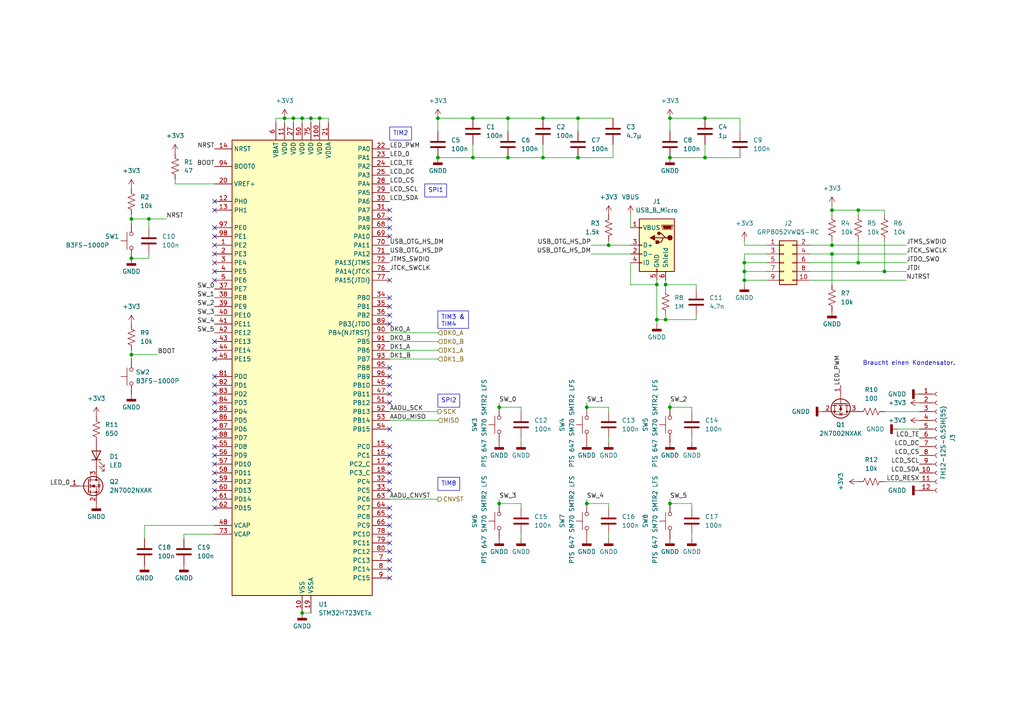
<source format=kicad_sch>
(kicad_sch (version 20231120) (generator "eeschema") (generator_version "8.0")
  (paper "A4")
  (lib_symbols
    (symbol "Connector:Conn_01x12_Socket" (pin_names (offset 1.016) hide)
      (property "Reference" "J" (at 0 15.24 0))
      (property "Value" "Conn_01x12_Socket" (at 0 -17.78 0))
      (symbol "Conn_01x12_Socket_1_1"
        (pin passive line (at -5.08 12.7 0) (length 3.81) (name "Pin_1") (number "1"))
        (pin passive line (at -5.08 -10.16 0) (length 3.81) (name "Pin_10") (number "10"))
        (pin passive line (at -5.08 -12.7 0) (length 3.81) (name "Pin_11") (number "11"))
        (pin passive line (at -5.08 -15.24 0) (length 3.81) (name "Pin_12") (number "12"))
        (pin passive line (at -5.08 10.16 0) (length 3.81) (name "Pin_2") (number "2"))
        (pin passive line (at -5.08 7.62 0) (length 3.81) (name "Pin_3") (number "3"))
        (pin passive line (at -5.08 5.08 0) (length 3.81) (name "Pin_4") (number "4"))
        (pin passive line (at -5.08 2.54 0) (length 3.81) (name "Pin_5") (number "5"))
        (pin passive line (at -5.08 0 0) (length 3.81) (name "Pin_6") (number "6"))
        (pin passive line (at -5.08 -2.54 0) (length 3.81) (name "Pin_7") (number "7"))
        (pin passive line (at -5.08 -5.08 0) (length 3.81) (name "Pin_8") (number "8"))
        (pin passive line (at -5.08 -7.62 0) (length 3.81) (name "Pin_9") (number "9"))
      )
    )
    (symbol "Connector:USB_B_Micro" (pin_names (offset 1.016))
      (property "Reference" "J" (at -5.08 11.43 0))
      (property "Value" "USB_B_Micro" (at -5.08 8.89 0))
      (symbol "USB_B_Micro_1_1"
        (pin power_out line (at 7.62 5.08 180) (length 2.54) (name "VBUS") (number "1"))
        (pin bidirectional line (at 7.62 -2.54 180) (length 2.54) (name "D-") (number "2"))
        (pin bidirectional line (at 7.62 0 180) (length 2.54) (name "D+") (number "3"))
        (pin passive line (at 7.62 -5.08 180) (length 2.54) (name "ID") (number "4"))
        (pin power_out line (at 0 -10.16 90) (length 2.54) (name "GND") (number "5"))
        (pin passive line (at -2.54 -10.16 90) (length 2.54) (name "Shield") (number "6"))
      )
    )
    (symbol "Connector_Generic:Conn_02x05_Odd_Even" (pin_names (offset 1.016) hide)
      (property "Reference" "J" (at 1.27 7.62 0))
      (property "Value" "Conn_02x05_Odd_Even" (at 1.27 -7.62 0))
      (symbol "Conn_02x05_Odd_Even_1_1"
        (pin passive line (at -5.08 5.08 0) (length 3.81) (name "Pin_1") (number "1"))
        (pin passive line (at 7.62 -5.08 180) (length 3.81) (name "Pin_10") (number "10"))
        (pin passive line (at 7.62 5.08 180) (length 3.81) (name "Pin_2") (number "2"))
        (pin passive line (at -5.08 2.54 0) (length 3.81) (name "Pin_3") (number "3"))
        (pin passive line (at 7.62 2.54 180) (length 3.81) (name "Pin_4") (number "4"))
        (pin passive line (at -5.08 0 0) (length 3.81) (name "Pin_5") (number "5"))
        (pin passive line (at 7.62 0 180) (length 3.81) (name "Pin_6") (number "6"))
        (pin passive line (at -5.08 -2.54 0) (length 3.81) (name "Pin_7") (number "7"))
        (pin passive line (at 7.62 -2.54 180) (length 3.81) (name "Pin_8") (number "8"))
        (pin passive line (at -5.08 -5.08 0) (length 3.81) (name "Pin_9") (number "9"))
      )
    )
    (symbol "Device:C" (pin_numbers hide) (pin_names (offset 0.254))
      (property "Reference" "C" (at 0.635 2.54 0))
      (property "Value" "C" (at 0.635 -2.54 0))
      (symbol "C_1_1"
        (pin passive line (at 0 3.81 270) (length 2.794) (name "~") (number "1"))
        (pin passive line (at 0 -3.81 90) (length 2.794) (name "~") (number "2"))
      )
    )
    (symbol "Device:LED" (pin_numbers hide) (pin_names (offset 1.016) hide)
      (property "Reference" "D" (at 0 2.54 0))
      (property "Value" "LED" (at 0 -2.54 0))
      (symbol "LED_1_1"
        (pin passive line (at -3.81 0 0) (length 2.54) (name "K") (number "1"))
        (pin passive line (at 3.81 0 180) (length 2.54) (name "A") (number "2"))
      )
    )
    (symbol "Device:R_US" (pin_numbers hide) (pin_names (offset 0))
      (property "Reference" "R" (at 2.54 0 90))
      (property "Value" "R_US" (at -2.54 0 90))
      (symbol "R_US_1_1"
        (pin passive line (at 0 3.81 270) (length 1.27) (name "~") (number "1"))
        (pin passive line (at 0 -3.81 90) (length 1.27) (name "~") (number "2"))
      )
    )
    (symbol "MCU_ST_STM32H7:STM32H723VETx"
      (property "Reference" "U" (at -20.32 67.31 0))
      (property "Value" "STM32H723VETx" (at 10.16 67.31 0))
      (symbol "STM32H723VETx_1_1"
        (pin bidirectional line (at -25.4 35.56 0) (length 5.08) (name "PE2") (number "1"))
        (pin power_in line (at 0 -71.12 90) (length 5.08) (name "VSS") (number "10"))
        (pin power_in line (at 5.08 71.12 270) (length 5.08) (name "VDD") (number "100"))
        (pin power_in line (at -5.08 71.12 270) (length 5.08) (name "VDD") (number "11"))
        (pin bidirectional line (at -25.4 48.26 0) (length 5.08) (name "PH0") (number "12"))
        (pin bidirectional line (at -25.4 45.72 0) (length 5.08) (name "PH1") (number "13"))
        (pin input line (at -25.4 63.5 0) (length 5.08) (name "NRST") (number "14"))
        (pin bidirectional line (at 25.4 -22.86 180) (length 5.08) (name "PC0") (number "15"))
        (pin bidirectional line (at 25.4 -25.4 180) (length 5.08) (name "PC1") (number "16"))
        (pin bidirectional line (at 25.4 -27.94 180) (length 5.08) (name "PC2_C") (number "17"))
        (pin bidirectional line (at 25.4 -30.48 180) (length 5.08) (name "PC3_C") (number "18"))
        (pin power_in line (at 2.54 -71.12 90) (length 5.08) (name "VSSA") (number "19"))
        (pin bidirectional line (at -25.4 33.02 0) (length 5.08) (name "PE3") (number "2"))
        (pin input line (at -25.4 53.34 0) (length 5.08) (name "VREF+") (number "20"))
        (pin power_in line (at 7.62 71.12 270) (length 5.08) (name "VDDA") (number "21"))
        (pin bidirectional line (at 25.4 63.5 180) (length 5.08) (name "PA0") (number "22"))
        (pin bidirectional line (at 25.4 60.96 180) (length 5.08) (name "PA1") (number "23"))
        (pin bidirectional line (at 25.4 58.42 180) (length 5.08) (name "PA2") (number "24"))
        (pin bidirectional line (at 25.4 55.88 180) (length 5.08) (name "PA3") (number "25"))
        (pin passive line (at 0 -71.12 90) (length 5.08) hide (name "VSS") (number "26"))
        (pin power_in line (at -2.54 71.12 270) (length 5.08) (name "VDD") (number "27"))
        (pin bidirectional line (at 25.4 53.34 180) (length 5.08) (name "PA4") (number "28"))
        (pin bidirectional line (at 25.4 50.8 180) (length 5.08) (name "PA5") (number "29"))
        (pin bidirectional line (at -25.4 30.48 0) (length 5.08) (name "PE4") (number "3"))
        (pin bidirectional line (at 25.4 48.26 180) (length 5.08) (name "PA6") (number "30"))
        (pin bidirectional line (at 25.4 45.72 180) (length 5.08) (name "PA7") (number "31"))
        (pin bidirectional line (at 25.4 -33.02 180) (length 5.08) (name "PC4") (number "32"))
        (pin bidirectional line (at 25.4 -35.56 180) (length 5.08) (name "PC5") (number "33"))
        (pin bidirectional line (at 25.4 20.32 180) (length 5.08) (name "PB0") (number "34"))
        (pin bidirectional line (at 25.4 17.78 180) (length 5.08) (name "PB1") (number "35"))
        (pin bidirectional line (at 25.4 15.24 180) (length 5.08) (name "PB2") (number "36"))
        (pin bidirectional line (at -25.4 22.86 0) (length 5.08) (name "PE7") (number "37"))
        (pin bidirectional line (at -25.4 20.32 0) (length 5.08) (name "PE8") (number "38"))
        (pin bidirectional line (at -25.4 17.78 0) (length 5.08) (name "PE9") (number "39"))
        (pin bidirectional line (at -25.4 27.94 0) (length 5.08) (name "PE5") (number "4"))
        (pin bidirectional line (at -25.4 15.24 0) (length 5.08) (name "PE10") (number "40"))
        (pin bidirectional line (at -25.4 12.7 0) (length 5.08) (name "PE11") (number "41"))
        (pin bidirectional line (at -25.4 10.16 0) (length 5.08) (name "PE12") (number "42"))
        (pin bidirectional line (at -25.4 7.62 0) (length 5.08) (name "PE13") (number "43"))
        (pin bidirectional line (at -25.4 5.08 0) (length 5.08) (name "PE14") (number "44"))
        (pin bidirectional line (at -25.4 2.54 0) (length 5.08) (name "PE15") (number "45"))
        (pin bidirectional line (at 25.4 -5.08 180) (length 5.08) (name "PB10") (number "46"))
        (pin bidirectional line (at 25.4 -7.62 180) (length 5.08) (name "PB11") (number "47"))
        (pin power_out line (at -25.4 -45.72 0) (length 5.08) (name "VCAP") (number "48"))
        (pin passive line (at 0 -71.12 90) (length 5.08) hide (name "VSS") (number "49"))
        (pin bidirectional line (at -25.4 25.4 0) (length 5.08) (name "PE6") (number "5"))
        (pin power_in line (at 0 71.12 270) (length 5.08) (name "VDD") (number "50"))
        (pin bidirectional line (at 25.4 -10.16 180) (length 5.08) (name "PB12") (number "51"))
        (pin bidirectional line (at 25.4 -12.7 180) (length 5.08) (name "PB13") (number "52"))
        (pin bidirectional line (at 25.4 -15.24 180) (length 5.08) (name "PB14") (number "53"))
        (pin bidirectional line (at 25.4 -17.78 180) (length 5.08) (name "PB15") (number "54"))
        (pin bidirectional line (at -25.4 -22.86 0) (length 5.08) (name "PD8") (number "55"))
        (pin bidirectional line (at -25.4 -25.4 0) (length 5.08) (name "PD9") (number "56"))
        (pin bidirectional line (at -25.4 -27.94 0) (length 5.08) (name "PD10") (number "57"))
        (pin bidirectional line (at -25.4 -30.48 0) (length 5.08) (name "PD11") (number "58"))
        (pin bidirectional line (at -25.4 -33.02 0) (length 5.08) (name "PD12") (number "59"))
        (pin power_in line (at -7.62 71.12 270) (length 5.08) (name "VBAT") (number "6"))
        (pin bidirectional line (at -25.4 -35.56 0) (length 5.08) (name "PD13") (number "60"))
        (pin bidirectional line (at -25.4 -38.1 0) (length 5.08) (name "PD14") (number "61"))
        (pin bidirectional line (at -25.4 -40.64 0) (length 5.08) (name "PD15") (number "62"))
        (pin bidirectional line (at 25.4 -38.1 180) (length 5.08) (name "PC6") (number "63"))
        (pin bidirectional line (at 25.4 -40.64 180) (length 5.08) (name "PC7") (number "64"))
        (pin bidirectional line (at 25.4 -43.18 180) (length 5.08) (name "PC8") (number "65"))
        (pin bidirectional line (at 25.4 -45.72 180) (length 5.08) (name "PC9") (number "66"))
        (pin bidirectional line (at 25.4 43.18 180) (length 5.08) (name "PA8") (number "67"))
        (pin bidirectional line (at 25.4 40.64 180) (length 5.08) (name "PA9") (number "68"))
        (pin bidirectional line (at 25.4 38.1 180) (length 5.08) (name "PA10") (number "69"))
        (pin bidirectional line (at 25.4 -55.88 180) (length 5.08) (name "PC13") (number "7"))
        (pin bidirectional line (at 25.4 35.56 180) (length 5.08) (name "PA11") (number "70"))
        (pin bidirectional line (at 25.4 33.02 180) (length 5.08) (name "PA12") (number "71"))
        (pin bidirectional line (at 25.4 30.48 180) (length 5.08) (name "PA13(JTMS") (number "72"))
        (pin power_out line (at -25.4 -48.26 0) (length 5.08) (name "VCAP") (number "73"))
        (pin passive line (at 0 -71.12 90) (length 5.08) hide (name "VSS") (number "74"))
        (pin power_in line (at 2.54 71.12 270) (length 5.08) (name "VDD") (number "75"))
        (pin bidirectional line (at 25.4 27.94 180) (length 5.08) (name "PA14(JTCK") (number "76"))
        (pin bidirectional line (at 25.4 25.4 180) (length 5.08) (name "PA15(JTDI)") (number "77"))
        (pin bidirectional line (at 25.4 -48.26 180) (length 5.08) (name "PC10") (number "78"))
        (pin bidirectional line (at 25.4 -50.8 180) (length 5.08) (name "PC11") (number "79"))
        (pin bidirectional line (at 25.4 -58.42 180) (length 5.08) (name "PC14") (number "8"))
        (pin bidirectional line (at 25.4 -53.34 180) (length 5.08) (name "PC12") (number "80"))
        (pin bidirectional line (at -25.4 -2.54 0) (length 5.08) (name "PD0") (number "81"))
        (pin bidirectional line (at -25.4 -5.08 0) (length 5.08) (name "PD1") (number "82"))
        (pin bidirectional line (at -25.4 -7.62 0) (length 5.08) (name "PD2") (number "83"))
        (pin bidirectional line (at -25.4 -10.16 0) (length 5.08) (name "PD3") (number "84"))
        (pin bidirectional line (at -25.4 -12.7 0) (length 5.08) (name "PD4") (number "85"))
        (pin bidirectional line (at -25.4 -15.24 0) (length 5.08) (name "PD5") (number "86"))
        (pin bidirectional line (at -25.4 -17.78 0) (length 5.08) (name "PD6") (number "87"))
        (pin bidirectional line (at -25.4 -20.32 0) (length 5.08) (name "PD7") (number "88"))
        (pin bidirectional line (at 25.4 12.7 180) (length 5.08) (name "PB3(JTDO") (number "89"))
        (pin bidirectional line (at 25.4 -60.96 180) (length 5.08) (name "PC15") (number "9"))
        (pin bidirectional line (at 25.4 10.16 180) (length 5.08) (name "PB4(NJTRST)") (number "90"))
        (pin bidirectional line (at 25.4 7.62 180) (length 5.08) (name "PB5") (number "91"))
        (pin bidirectional line (at 25.4 5.08 180) (length 5.08) (name "PB6") (number "92"))
        (pin bidirectional line (at 25.4 2.54 180) (length 5.08) (name "PB7") (number "93"))
        (pin input line (at -25.4 58.42 0) (length 5.08) (name "BOOT0") (number "94"))
        (pin bidirectional line (at 25.4 0 180) (length 5.08) (name "PB8") (number "95"))
        (pin bidirectional line (at 25.4 -2.54 180) (length 5.08) (name "PB9") (number "96"))
        (pin bidirectional line (at -25.4 40.64 0) (length 5.08) (name "PE0") (number "97"))
        (pin bidirectional line (at -25.4 38.1 0) (length 5.08) (name "PE1") (number "98"))
        (pin passive line (at 0 -71.12 90) (length 5.08) hide (name "VSS") (number "99"))
      )
    )
    (symbol "Switch:SW_Omron_B3FS" (pin_numbers hide) (pin_names (offset 1.016) hide)
      (property "Reference" "SW" (at 1.27 2.54 0))
      (property "Value" "SW_Omron_B3FS" (at 0 -1.524 0))
      (symbol "SW_Omron_B3FS_0_1"
        (pin passive line (at -5.08 0 0) (length 2.54) (name "1") (number "1"))
        (pin passive line (at 5.08 0 180) (length 2.54) (name "2") (number "2"))
      )
    )
    (symbol "Switch:SW_Push" (pin_numbers hide) (pin_names (offset 1.016) hide)
      (property "Reference" "SW" (at 1.27 2.54 0))
      (property "Value" "SW_Push" (at 0 -1.524 0))
      (symbol "SW_Push_0_1"
        (pin passive line (at -5.08 0 0) (length 2.54) (name "1") (number "1"))
        (pin passive line (at 5.08 0 180) (length 2.54) (name "2") (number "2"))
      )
    )
    (symbol "Transistor_FET:2N7002" (pin_names hide)
      (property "Reference" "Q" (at 5.08 1.905 0))
      (property "Value" "2N7002" (at 5.08 0 0))
      (symbol "2N7002_1_1"
        (pin input line (at -5.08 0 0) (length 2.54) (name "G") (number "1"))
        (pin passive line (at 2.54 -5.08 90) (length 2.54) (name "S") (number "2"))
        (pin passive line (at 2.54 5.08 270) (length 2.54) (name "D") (number "3"))
      )
    )
    (symbol "power:+3V3" (power) (pin_names (offset 0))
      (property "Value" "+3V3" (at 0 3.556 0))
      (symbol "+3V3_1_1"
        (pin power_in line (at 0 0 90) (length 0) hide (name "+3V3") (number "1"))
      )
    )
    (symbol "power:GNDD" (power) (pin_numbers hide) (pin_names (offset 0) hide)
      (property "Value" "GNDD" (at 0 -3.175 0))
      (symbol "GNDD_1_1"
        (pin power_in line (at 0 0 270) (length 0) (name "~") (number "1"))
      )
    )
    (symbol "power:VBUS" (power) (pin_names (offset 0))
      (property "Value" "VBUS" (at 0 3.81 0))
      (symbol "VBUS_1_1"
        (pin power_in line (at 0 0 90) (length 0) hide (name "VBUS") (number "1"))
      )
    )
  )
  (junction (at 87.63 34.29))
  (junction (at 137.16 34.29))
  (junction (at 170.18 146.05))
  (junction (at 215.9 81.28))
  (junction (at 38.1 74.93))
  (junction (at 215.9 76.2))
  (junction (at 127 45.72))
  (junction (at 170.18 118.11))
  (junction (at 193.04 92.71))
  (junction (at 167.64 45.72))
  (junction (at 204.47 45.72))
  (junction (at 157.48 45.72))
  (junction (at 147.32 45.72))
  (junction (at 43.18 63.5))
  (junction (at 38.1 63.5))
  (junction (at 144.78 146.05))
  (junction (at 194.31 34.29))
  (junction (at 215.9 78.74))
  (junction (at 193.04 82.55))
  (junction (at 241.3 60.96))
  (junction (at 241.3 71.12))
  (junction (at 92.71 34.29))
  (junction (at 190.5 82.55))
  (junction (at 248.92 76.2))
  (junction (at 137.16 45.72))
  (junction (at 256.54 78.74))
  (junction (at 38.1 102.87))
  (junction (at 190.5 92.71))
  (junction (at 85.09 34.29))
  (junction (at 90.17 34.29))
  (junction (at 248.92 60.96))
  (junction (at 194.31 118.11))
  (junction (at 147.32 34.29))
  (junction (at 167.64 34.29))
  (junction (at 194.31 146.05))
  (junction (at 204.47 34.29))
  (junction (at 194.31 45.72))
  (junction (at 176.53 71.12))
  (junction (at 127 34.29))
  (junction (at 144.78 118.11))
  (junction (at 87.63 177.8))
  (junction (at 157.48 34.29))
  (junction (at 241.3 73.66))
  (junction (at 82.55 34.29))
  (no_connect (at 62.23 101.6))
  (no_connect (at 113.03 165.1))
  (no_connect (at 113.03 124.46))
  (no_connect (at 62.23 144.78))
  (no_connect (at 113.03 129.54))
  (no_connect (at 113.03 162.56))
  (no_connect (at 113.03 149.86))
  (no_connect (at 62.23 134.62))
  (no_connect (at 62.23 99.06))
  (no_connect (at 62.23 58.42))
  (no_connect (at 113.03 142.24))
  (no_connect (at 113.03 134.62))
  (no_connect (at 62.23 66.04))
  (no_connect (at 113.03 152.4))
  (no_connect (at 113.03 68.58))
  (no_connect (at 62.23 71.12))
  (no_connect (at 62.23 132.08))
  (no_connect (at 62.23 60.96))
  (no_connect (at 113.03 139.7))
  (no_connect (at 62.23 116.84))
  (no_connect (at 113.03 86.36))
  (no_connect (at 113.03 111.76))
  (no_connect (at 62.23 147.32))
  (no_connect (at 62.23 78.74))
  (no_connect (at 62.23 121.92))
  (no_connect (at 113.03 109.22))
  (no_connect (at 113.03 114.3))
  (no_connect (at 62.23 111.76))
  (no_connect (at 113.03 132.08))
  (no_connect (at 62.23 73.66))
  (no_connect (at 113.03 106.68))
  (no_connect (at 62.23 139.7))
  (no_connect (at 62.23 81.28))
  (no_connect (at 113.03 154.94))
  (no_connect (at 62.23 68.58))
  (no_connect (at 113.03 60.96))
  (no_connect (at 62.23 119.38))
  (no_connect (at 113.03 93.98))
  (no_connect (at 62.23 129.54))
  (no_connect (at 113.03 157.48))
  (no_connect (at 62.23 76.2))
  (no_connect (at 113.03 147.32))
  (no_connect (at 113.03 63.5))
  (no_connect (at 113.03 88.9))
  (no_connect (at 113.03 66.04))
  (no_connect (at 113.03 137.16))
  (no_connect (at 62.23 109.22))
  (no_connect (at 113.03 160.02))
  (no_connect (at 62.23 142.24))
  (no_connect (at 62.23 104.14))
  (no_connect (at 62.23 127))
  (no_connect (at 62.23 137.16))
  (no_connect (at 113.03 167.64))
  (no_connect (at 62.23 114.3))
  (no_connect (at 113.03 91.44))
  (no_connect (at 113.03 81.28))
  (no_connect (at 62.23 124.46))
  (no_connect (at 113.03 116.84))
  (wire (pts (xy 190.5 82.55) (xy 190.5 81.28)))
  (wire (pts (xy 215.9 82.55) (xy 215.9 81.28)))
  (wire (pts (xy 182.88 76.2) (xy 182.88 82.55)))
  (wire (pts (xy 215.9 76.2) (xy 215.9 73.66)))
  (wire (pts (xy 201.93 82.55) (xy 193.04 82.55)))
  (wire (pts (xy 182.88 82.55) (xy 190.5 82.55)))
  (wire (pts (xy 177.8 41.91) (xy 177.8 45.72)))
  (wire (pts (xy 171.45 73.66) (xy 182.88 73.66)))
  (wire (pts (xy 176.53 69.85) (xy 176.53 71.12)))
  (wire (pts (xy 256.54 119.38) (xy 266.7 119.38)))
  (wire (pts (xy 137.16 41.91) (xy 137.16 45.72)))
  (wire (pts (xy 113.03 99.06) (xy 127 99.06)))
  (wire (pts (xy 248.92 60.96) (xy 241.3 60.96)))
  (wire (pts (xy 38.1 63.5) (xy 43.18 63.5)))
  (wire (pts (xy 147.32 34.29) (xy 157.48 34.29)))
  (wire (pts (xy 53.34 154.94) (xy 53.34 156.21)))
  (wire (pts (xy 62.23 152.4) (xy 41.91 152.4)))
  (wire (pts (xy 204.47 34.29) (xy 194.31 34.29)))
  (wire (pts (xy 204.47 41.91) (xy 204.47 45.72)))
  (wire (pts (xy 151.13 147.32) (xy 151.13 146.05)))
  (wire (pts (xy 170.18 116.84) (xy 170.18 118.11)))
  (wire (pts (xy 256.54 69.85) (xy 256.54 78.74)))
  (wire (pts (xy 190.5 82.55) (xy 190.5 92.71)))
  (wire (pts (xy 262.89 78.74) (xy 256.54 78.74)))
  (wire (pts (xy 167.64 45.72) (xy 177.8 45.72)))
  (wire (pts (xy 43.18 63.5) (xy 48.26 63.5)))
  (wire (pts (xy 200.66 154.94) (xy 200.66 156.21)))
  (wire (pts (xy 200.66 127) (xy 200.66 128.27)))
  (wire (pts (xy 43.18 73.66) (xy 43.18 74.93)))
  (wire (pts (xy 38.1 101.6) (xy 38.1 102.87)))
  (wire (pts (xy 85.09 34.29) (xy 87.63 34.29)))
  (wire (pts (xy 87.63 34.29) (xy 87.63 35.56)))
  (wire (pts (xy 43.18 63.5) (xy 43.18 66.04)))
  (wire (pts (xy 90.17 34.29) (xy 92.71 34.29)))
  (wire (pts (xy 215.9 81.28) (xy 215.9 78.74)))
  (wire (pts (xy 113.03 101.6) (xy 127 101.6)))
  (wire (pts (xy 256.54 62.23) (xy 256.54 60.96)))
  (wire (pts (xy 201.93 91.44) (xy 201.93 92.71)))
  (wire (pts (xy 147.32 34.29) (xy 147.32 38.1)))
  (wire (pts (xy 215.9 73.66) (xy 222.25 73.66)))
  (wire (pts (xy 204.47 45.72) (xy 214.63 45.72)))
  (wire (pts (xy 176.53 154.94) (xy 176.53 156.21)))
  (wire (pts (xy 167.64 34.29) (xy 167.64 38.1)))
  (wire (pts (xy 92.71 34.29) (xy 92.71 35.56)))
  (wire (pts (xy 113.03 144.78) (xy 127 144.78)))
  (wire (pts (xy 171.45 71.12) (xy 176.53 71.12)))
  (wire (pts (xy 262.89 81.28) (xy 234.95 81.28)))
  (wire (pts (xy 200.66 118.11) (xy 194.31 118.11)))
  (wire (pts (xy 113.03 104.14) (xy 127 104.14)))
  (wire (pts (xy 85.09 34.29) (xy 85.09 35.56)))
  (wire (pts (xy 137.16 34.29) (xy 147.32 34.29)))
  (wire (pts (xy 193.04 91.44) (xy 193.04 92.71)))
  (wire (pts (xy 256.54 139.7) (xy 266.7 139.7)))
  (wire (pts (xy 151.13 118.11) (xy 144.78 118.11)))
  (wire (pts (xy 90.17 34.29) (xy 90.17 35.56)))
  (wire (pts (xy 248.92 69.85) (xy 248.92 76.2)))
  (wire (pts (xy 176.53 119.38) (xy 176.53 118.11)))
  (wire (pts (xy 194.31 38.1) (xy 194.31 34.29)))
  (wire (pts (xy 193.04 82.55) (xy 193.04 83.82)))
  (wire (pts (xy 182.88 62.23) (xy 182.88 66.04)))
  (wire (pts (xy 194.31 45.72) (xy 204.47 45.72)))
  (wire (pts (xy 176.53 118.11) (xy 170.18 118.11)))
  (wire (pts (xy 38.1 62.23) (xy 38.1 63.5)))
  (wire (pts (xy 92.71 34.29) (xy 95.25 34.29)))
  (wire (pts (xy 241.3 73.66) (xy 262.89 73.66)))
  (wire (pts (xy 95.25 35.56) (xy 95.25 34.29)))
  (wire (pts (xy 176.53 146.05) (xy 170.18 146.05)))
  (wire (pts (xy 147.32 45.72) (xy 157.48 45.72)))
  (wire (pts (xy 38.1 102.87) (xy 38.1 104.14)))
  (wire (pts (xy 113.03 96.52) (xy 127 96.52)))
  (wire (pts (xy 80.01 34.29) (xy 82.55 34.29)))
  (wire (pts (xy 82.55 34.29) (xy 85.09 34.29)))
  (wire (pts (xy 87.63 177.8) (xy 90.17 177.8)))
  (wire (pts (xy 234.95 76.2) (xy 248.92 76.2)))
  (wire (pts (xy 151.13 119.38) (xy 151.13 118.11)))
  (wire (pts (xy 262.89 71.12) (xy 241.3 71.12)))
  (wire (pts (xy 241.3 73.66) (xy 234.95 73.66)))
  (wire (pts (xy 127 34.29) (xy 137.16 34.29)))
  (wire (pts (xy 215.9 69.85) (xy 215.9 71.12)))
  (wire (pts (xy 201.93 83.82) (xy 201.93 82.55)))
  (wire (pts (xy 176.53 147.32) (xy 176.53 146.05)))
  (wire (pts (xy 215.9 78.74) (xy 222.25 78.74)))
  (wire (pts (xy 80.01 35.56) (xy 80.01 34.29)))
  (wire (pts (xy 157.48 41.91) (xy 157.48 45.72)))
  (wire (pts (xy 194.31 144.78) (xy 194.31 146.05)))
  (wire (pts (xy 201.93 92.71) (xy 193.04 92.71)))
  (wire (pts (xy 214.63 34.29) (xy 204.47 34.29)))
  (wire (pts (xy 50.8 53.34) (xy 62.23 53.34)))
  (wire (pts (xy 62.23 154.94) (xy 53.34 154.94)))
  (wire (pts (xy 215.9 71.12) (xy 222.25 71.12)))
  (wire (pts (xy 200.66 146.05) (xy 194.31 146.05)))
  (wire (pts (xy 241.3 69.85) (xy 241.3 71.12)))
  (wire (pts (xy 113.03 121.92) (xy 127 121.92)))
  (wire (pts (xy 214.63 38.1) (xy 214.63 34.29)))
  (wire (pts (xy 38.1 74.93) (xy 43.18 74.93)))
  (wire (pts (xy 167.64 34.29) (xy 177.8 34.29)))
  (wire (pts (xy 241.3 59.69) (xy 241.3 60.96)))
  (wire (pts (xy 113.03 119.38) (xy 127 119.38)))
  (wire (pts (xy 176.53 127) (xy 176.53 128.27)))
  (wire (pts (xy 157.48 34.29) (xy 167.64 34.29)))
  (wire (pts (xy 176.53 71.12) (xy 182.88 71.12)))
  (wire (pts (xy 193.04 92.71) (xy 190.5 92.71)))
  (wire (pts (xy 38.1 102.87) (xy 45.72 102.87)))
  (wire (pts (xy 127 34.29) (xy 127 38.1)))
  (wire (pts (xy 144.78 144.78) (xy 144.78 146.05)))
  (wire (pts (xy 41.91 152.4) (xy 41.91 156.21)))
  (wire (pts (xy 157.48 45.72) (xy 167.64 45.72)))
  (wire (pts (xy 241.3 73.66) (xy 241.3 82.55)))
  (wire (pts (xy 190.5 92.71) (xy 190.5 93.98)))
  (wire (pts (xy 215.9 81.28) (xy 222.25 81.28)))
  (wire (pts (xy 50.8 52.07) (xy 50.8 53.34)))
  (wire (pts (xy 260.35 124.46) (xy 266.7 124.46)))
  (wire (pts (xy 151.13 146.05) (xy 144.78 146.05)))
  (wire (pts (xy 200.66 147.32) (xy 200.66 146.05)))
  (wire (pts (xy 256.54 60.96) (xy 248.92 60.96)))
  (wire (pts (xy 241.3 60.96) (xy 241.3 62.23)))
  (wire (pts (xy 256.54 78.74) (xy 234.95 78.74)))
  (wire (pts (xy 215.9 76.2) (xy 222.25 76.2)))
  (wire (pts (xy 144.78 116.84) (xy 144.78 118.11)))
  (wire (pts (xy 127 45.72) (xy 137.16 45.72)))
  (wire (pts (xy 193.04 81.28) (xy 193.04 82.55)))
  (wire (pts (xy 248.92 76.2) (xy 262.89 76.2)))
  (wire (pts (xy 137.16 45.72) (xy 147.32 45.72)))
  (wire (pts (xy 151.13 127) (xy 151.13 128.27)))
  (wire (pts (xy 151.13 154.94) (xy 151.13 156.21)))
  (wire (pts (xy 241.3 71.12) (xy 234.95 71.12)))
  (wire (pts (xy 170.18 144.78) (xy 170.18 146.05)))
  (wire (pts (xy 87.63 34.29) (xy 90.17 34.29)))
  (wire (pts (xy 215.9 78.74) (xy 215.9 76.2)))
  (wire (pts (xy 194.31 116.84) (xy 194.31 118.11)))
  (wire (pts (xy 82.55 34.29) (xy 82.55 35.56)))
  (wire (pts (xy 38.1 63.5) (xy 38.1 64.77)))
  (wire (pts (xy 200.66 119.38) (xy 200.66 118.11)))
  (wire (pts (xy 248.92 60.96) (xy 248.92 62.23)))
  (text_box "SPI2" (at 127 114.3 0) (size 6.35 3.81) (effects (font (size 1.27 1.27)) (justify left top)))
  (text_box "TIM2" (at 113.03 36.83 0) (size 6.35 3.81) (effects (font (size 1.27 1.27)) (justify left top)))
  (text_box "TIM3 & TIM4" (at 127 90.17 0) (size 8.89 5.08) (effects (font (size 1.27 1.27)) (justify left top)))
  (text_box "TIM8" (at 127 138.43 0) (size 6.35 3.81) (effects (font (size 1.27 1.27)) (justify left top)))
  (text_box "SPI1" (at 123.19 53.34 0) (size 6.35 3.81) (effects (font (size 1.27 1.27)) (justify left top)))
  (text "Braucht einen Kondensator." (at 263.652 105.41 0) (effects (font (size 1.27 1.27))))
  (label "SW_4" (at 62.23 93.98 180))
  (label "LED_0" (at 20.32 140.97 180))
  (label "DK0_B" (at 113.03 99.06 0))
  (label "SW_5" (at 62.23 96.52 180))
  (label "LCD_SCL" (at 266.7 134.62 180))
  (label "DK0_A" (at 113.03 96.52 0))
  (label "NRST" (at 48.26 63.5 0))
  (label "LCD_TE" (at 266.7 127 180))
  (label "SW_2" (at 194.31 116.84 0))
  (label "USB_OTG_HS_DM" (at 113.03 71.12 0))
  (label "JTDO_SWO" (at 262.89 76.2 0))
  (label "LED_0" (at 113.03 45.72 0))
  (label "SW_4" (at 170.18 144.78 0))
  (label "SW_5" (at 194.31 144.78 0))
  (label "NRST" (at 62.23 43.18 180))
  (label "LCD_TE" (at 113.03 48.26 0))
  (label "SW_1" (at 170.18 116.84 0))
  (label "JTMS_SWDIO" (at 113.03 76.2 0))
  (label "SW_0" (at 144.78 116.84 0))
  (label "JTDI" (at 262.89 78.74 0))
  (label "USB_OTG_HS_DP" (at 113.03 73.66 0))
  (label "LCD_SDA" (at 113.03 58.42 0))
  (label "AADU_MISO" (at 113.03 121.92 0))
  (label "LCD_DC" (at 266.7 129.54 180))
  (label "JTMS_SWDIO" (at 262.89 71.12 0))
  (label "SW_0" (at 62.23 83.82 180))
  (label "SW_1" (at 62.23 86.36 180))
  (label "LCD_CS" (at 113.03 53.34 0))
  (label "LCD_DC" (at 113.03 50.8 0))
  (label "LED_PWM" (at 113.03 43.18 0))
  (label "SW_3" (at 144.78 144.78 0))
  (label "JTCK_SWCLK" (at 262.89 73.66 0))
  (label "NJTRST" (at 262.89 81.28 0))
  (label "JTCK_SWCLK" (at 113.03 78.74 0))
  (label "LCD_SDA" (at 266.7 137.16 180))
  (label "BOOT" (at 62.23 48.26 180))
  (label "AADU_CNVST" (at 113.03 144.78 0))
  (label "SW_2" (at 62.23 88.9 180))
  (label "AADU_SCK" (at 113.03 119.38 0))
  (label "USB_OTG_HS_DP" (at 171.45 71.12 180))
  (label "LED_PWM" (at 243.84 111.76 90))
  (label "DK1_B" (at 113.03 104.14 0))
  (label "DK1_A" (at 113.03 101.6 0))
  (label "BOOT" (at 45.72 102.87 0))
  (label "LCD_CS" (at 266.7 132.08 180))
  (label "LCD_RESX" (at 266.7 139.7 180))
  (label "SW_3" (at 62.23 91.44 180))
  (label "USB_OTG_HS_DM" (at 171.45 73.66 180))
  (label "LCD_SCL" (at 113.03 55.88 0))
  (hierarchical_label "DK1_B" (shape input) (at 127 104.14 0))
  (hierarchical_label "DK1_A" (shape input) (at 127 101.6 0))
  (hierarchical_label "SCK" (shape output) (at 127 119.38 0))
  (hierarchical_label "CNVST" (shape output) (at 127 144.78 0))
  (hierarchical_label "DK0_A" (shape input) (at 127 96.52 0))
  (hierarchical_label "MISO" (shape input) (at 127 121.92 0))
  (hierarchical_label "DK0_B" (shape input) (at 127 99.06 0))
  (symbol (lib_id "Switch:SW_Push") (at 144.78 151.13 90) (mirror x) (unit 1)
    (property "Reference" "SW6" (at 137.668 153.162 0) (effects (justify right)))
    (property "Value" "PTS 647 SM70 SMTR2 LFS" (at 140.462 163.576 0) (effects (justify right)))
    (property "Footprint" "maßstandflächen:häufige_kurzhubtaster" (effects (hide yes)))
    (property "Description" "Push button switch, generic, two pins" (effects (hide yes)))
  )
  (symbol (lib_id "Device:C") (at 43.18 69.85 0) (unit 1)
    (property "Reference" "C10" (at 46.99 68.58 0) (effects (justify left)))
    (property "Value" "100n" (at 46.99 71.12 0) (effects (justify left)))
    (property "Footprint" "Capacitor_SMD:C_0603_1608Metric" (effects (hide yes)))
  )
  (symbol (lib_id "Switch:SW_Push") (at 170.18 123.19 90) (mirror x) (unit 1)
    (property "Reference" "SW4" (at 163.068 125.222 0) (effects (justify right)))
    (property "Value" "PTS 647 SM70 SMTR2 LFS" (at 165.862 135.636 0) (effects (justify right)))
    (property "Footprint" "maßstandflächen:häufige_kurzhubtaster" (effects (hide yes)))
    (property "Description" "Push button switch, generic, two pins" (effects (hide yes)))
  )
  (symbol (lib_id "power:GNDD") (at 200.66 156.21 0) (unit 1)
    (property "Reference" "#PWR095" (effects (hide yes)))
    (property "Value" "GNDD" (at 200.66 160.02 0))
    (property "Description" "Power symbol creates a global label with name \"GNDD\" , digital ground" (effects (hide yes)))
  )
  (symbol (lib_id "Device:LED") (at 27.94 132.08 90) (unit 1)
    (property "Reference" "D1" (at 31.75 132.3975 90) (effects (justify right)))
    (property "Value" "LED" (at 31.75 134.9375 90) (effects (justify right)))
    (property "Footprint" "LED_SMD:LED_0805_2012Metric" (effects (hide yes)))
  )
  (symbol (lib_id "Switch:SW_Push") (at 170.18 151.13 90) (mirror x) (unit 1)
    (property "Reference" "SW7" (at 163.068 153.162 0) (effects (justify right)))
    (property "Value" "PTS 647 SM70 SMTR2 LFS" (at 165.862 163.576 0) (effects (justify right)))
    (property "Footprint" "maßstandflächen:häufige_kurzhubtaster" (effects (hide yes)))
    (property "Description" "Push button switch, generic, two pins" (effects (hide yes)))
  )
  (symbol (lib_id "power:GNDD") (at 266.7 114.3 270) (unit 1)
    (property "Reference" "#PWR021" (effects (hide yes)))
    (property "Value" "GNDD" (at 262.89 114.2999 90) (effects (justify right)))
    (property "Description" "Power symbol creates a global label with name \"GNDD\" , digital ground" (effects (hide yes)))
  )
  (symbol (lib_id "power:+3V3") (at 241.3 59.69 0) (unit 1)
    (property "Reference" "#PWR015" (effects (hide yes)))
    (property "Value" "+3V3" (at 241.3 54.61 0))
  )
  (symbol (lib_id "Device:R_US") (at 252.73 119.38 90) (unit 1)
    (property "Reference" "R10" (at 252.73 113.03 90))
    (property "Value" "100" (at 252.73 115.57 90))
    (property "Footprint" "Resistor_SMD:R_0603_1608Metric" (effects (hide yes)))
  )
  (symbol (lib_id "power:+3V3") (at 248.92 139.7 90) (unit 1)
    (property "Reference" "#PWR078" (effects (hide yes)))
    (property "Value" "+3V3" (at 243.84 139.7 0))
  )
  (symbol (lib_id "Device:C") (at 200.66 123.19 0) (unit 1)
    (property "Reference" "C14" (at 204.47 121.92 0) (effects (justify left)))
    (property "Value" "100n" (at 204.47 124.46 0) (effects (justify left)))
    (property "Footprint" "Capacitor_SMD:C_0603_1608Metric" (effects (hide yes)))
  )
  (symbol (lib_id "power:GNDD") (at 200.66 128.27 0) (unit 1)
    (property "Reference" "#PWR089" (effects (hide yes)))
    (property "Value" "GNDD" (at 200.66 132.08 0))
    (property "Description" "Power symbol creates a global label with name \"GNDD\" , digital ground" (effects (hide yes)))
  )
  (symbol (lib_id "power:+3V3") (at 266.7 121.92 90) (unit 1)
    (property "Reference" "#PWR076" (effects (hide yes)))
    (property "Value" "+3V3" (at 262.89 121.9199 90) (effects (justify left)))
  )
  (symbol (lib_id "power:GNDD") (at 151.13 156.21 0) (unit 1)
    (property "Reference" "#PWR091" (effects (hide yes)))
    (property "Value" "GNDD" (at 151.13 160.02 0))
    (property "Description" "Power symbol creates a global label with name \"GNDD\" , digital ground" (effects (hide yes)))
  )
  (symbol (lib_id "power:GNDD") (at 127 45.72 0) (unit 1)
    (property "Reference" "#PWR018" (effects (hide yes)))
    (property "Value" "GNDD" (at 127 49.53 0))
    (property "Description" "Power symbol creates a global label with name \"GNDD\" , digital ground" (effects (hide yes)))
  )
  (symbol (lib_id "Device:C") (at 204.47 38.1 0) (unit 1)
    (property "Reference" "C4" (at 208.28 36.83 0) (effects (justify left)))
    (property "Value" "1μ" (at 208.28 39.37 0) (effects (justify left)))
    (property "Footprint" "Capacitor_SMD:C_0805_2012Metric" (effects (hide yes)))
  )
  (symbol (lib_id "power:GNDD") (at 176.53 128.27 0) (unit 1)
    (property "Reference" "#PWR087" (effects (hide yes)))
    (property "Value" "GNDD" (at 176.53 132.08 0))
    (property "Description" "Power symbol creates a global label with name \"GNDD\" , digital ground" (effects (hide yes)))
  )
  (symbol (lib_id "power:GNDD") (at 194.31 128.27 0) (unit 1)
    (property "Reference" "#PWR088" (effects (hide yes)))
    (property "Value" "GNDD" (at 194.31 132.08 0))
    (property "Description" "Power symbol creates a global label with name \"GNDD\" , digital ground" (effects (hide yes)))
  )
  (symbol (lib_id "Device:C") (at 137.16 38.1 0) (unit 1)
    (property "Reference" "C1" (at 140.97 36.83 0) (effects (justify left)))
    (property "Value" "100n" (at 140.97 39.37 0) (effects (justify left)))
    (property "Footprint" "Capacitor_SMD:C_0603_1608Metric" (effects (hide yes)))
  )
  (symbol (lib_id "Device:R_US") (at 38.1 97.79 0) (unit 1)
    (property "Reference" "R9" (at 40.64 96.52 0) (effects (justify left)))
    (property "Value" "10k" (at 40.64 99.06 0) (effects (justify left)))
    (property "Footprint" "Resistor_SMD:R_0603_1608Metric" (effects (hide yes)))
  )
  (symbol (lib_id "Switch:SW_Push") (at 194.31 123.19 90) (mirror x) (unit 1)
    (property "Reference" "SW5" (at 187.198 125.222 0) (effects (justify right)))
    (property "Value" "PTS 647 SM70 SMTR2 LFS" (at 189.992 135.636 0) (effects (justify right)))
    (property "Footprint" "maßstandflächen:häufige_kurzhubtaster" (effects (hide yes)))
    (property "Datasheet" "https://www.ckswitches.com/media/2567/pts647.pdf" (effects (hide yes)))
    (property "Description" "Push button switch, generic, two pins" (effects (hide yes)))
  )
  (symbol (lib_id "Device:C") (at 53.34 160.02 0) (unit 1)
    (property "Reference" "C19" (at 57.15 158.75 0) (effects (justify left)))
    (property "Value" "100n" (at 57.15 161.29 0) (effects (justify left)))
    (property "Footprint" "Capacitor_SMD:C_0603_1608Metric" (effects (hide yes)))
  )
  (symbol (lib_id "Device:C") (at 147.32 41.91 0) (unit 1)
    (property "Reference" "C6" (at 151.13 40.64 0) (effects (justify left)))
    (property "Value" "100n" (at 151.13 43.18 0) (effects (justify left)))
    (property "Footprint" "Capacitor_SMD:C_0603_1608Metric" (effects (hide yes)))
  )
  (symbol (lib_id "power:GNDD") (at 53.34 163.83 0) (unit 1)
    (property "Reference" "#PWR08" (effects (hide yes)))
    (property "Value" "GNDD" (at 53.34 167.64 0))
    (property "Description" "Power symbol creates a global label with name \"GNDD\" , digital ground" (effects (hide yes)))
  )
  (symbol (lib_id "Device:R_US") (at 252.73 139.7 90) (unit 1)
    (property "Reference" "R12" (at 252.73 133.35 90))
    (property "Value" "10k" (at 252.73 135.89 90))
    (property "Footprint" "Resistor_SMD:R_0603_1608Metric" (effects (hide yes)))
  )
  (symbol (lib_id "Device:R_US") (at 176.53 66.04 0) (mirror y) (unit 1)
    (property "Reference" "R3" (at 173.99 64.77 0) (effects (justify left)))
    (property "Value" "1.5k" (at 173.99 67.31 0) (effects (justify left)))
    (property "Footprint" "Resistor_SMD:R_0603_1608Metric" (effects (hide yes)))
  )
  (symbol (lib_id "power:GNDD") (at 215.9 82.55 0) (unit 1)
    (property "Reference" "#PWR014" (effects (hide yes)))
    (property "Value" "GNDD" (at 215.9 86.36 0))
    (property "Description" "Power symbol creates a global label with name \"GNDD\" , digital ground" (effects (hide yes)))
  )
  (symbol (lib_id "Device:C") (at 176.53 151.13 0) (unit 1)
    (property "Reference" "C16" (at 180.34 149.86 0) (effects (justify left)))
    (property "Value" "100n" (at 180.34 152.4 0) (effects (justify left)))
    (property "Footprint" "Capacitor_SMD:C_0603_1608Metric" (effects (hide yes)))
  )
  (symbol (lib_id "Device:C") (at 151.13 123.19 0) (unit 1)
    (property "Reference" "C12" (at 154.94 121.92 0) (effects (justify left)))
    (property "Value" "100n" (at 154.94 124.46 0) (effects (justify left)))
    (property "Footprint" "Capacitor_SMD:C_0603_1608Metric" (effects (hide yes)))
  )
  (symbol (lib_id "Device:C") (at 214.63 41.91 0) (unit 1)
    (property "Reference" "C9" (at 218.44 40.64 0) (effects (justify left)))
    (property "Value" "100n" (at 218.44 43.18 0) (effects (justify left)))
    (property "Footprint" "Capacitor_SMD:C_0603_1608Metric" (effects (hide yes)))
  )
  (symbol (lib_id "power:GNDD") (at 144.78 128.27 0) (unit 1)
    (property "Reference" "#PWR084" (effects (hide yes)))
    (property "Value" "GNDD" (at 144.78 132.08 0))
    (property "Description" "Power symbol creates a global label with name \"GNDD\" , digital ground" (effects (hide yes)))
  )
  (symbol (lib_id "power:GNDD") (at 170.18 128.27 0) (unit 1)
    (property "Reference" "#PWR086" (effects (hide yes)))
    (property "Value" "GNDD" (at 170.18 132.08 0))
    (property "Description" "Power symbol creates a global label with name \"GNDD\" , digital ground" (effects (hide yes)))
  )
  (symbol (lib_id "power:GNDD") (at 238.76 119.38 270) (unit 1)
    (property "Reference" "#PWR079" (effects (hide yes)))
    (property "Value" "GNDD" (at 234.95 119.3799 90) (effects (justify right)))
    (property "Description" "Power symbol creates a global label with name \"GNDD\" , digital ground" (effects (hide yes)))
  )
  (symbol (lib_id "power:+3V3") (at 194.31 34.29 0) (unit 1)
    (property "Reference" "#PWR012" (effects (hide yes)))
    (property "Value" "+3V3" (at 194.31 29.21 0))
  )
  (symbol (lib_id "Device:R_US") (at 193.04 87.63 0) (unit 1)
    (property "Reference" "R8" (at 195.58 86.36 0) (effects (justify left)))
    (property "Value" "1M" (at 195.58 88.9 0) (effects (justify left)))
    (property "Footprint" "Resistor_SMD:R_0603_1608Metric" (effects (hide yes)))
  )
  (symbol (lib_id "power:+3V3") (at 266.7 116.84 90) (unit 1)
    (property "Reference" "#PWR077" (effects (hide yes)))
    (property "Value" "+3V3" (at 262.89 116.8399 90) (effects (justify left)))
  )
  (symbol (lib_id "power:+3V3") (at 50.8 44.45 0) (unit 1)
    (property "Reference" "#PWR07" (effects (hide yes)))
    (property "Value" "+3V3" (at 50.8 39.37 0))
  )
  (symbol (lib_id "power:+3V3") (at 38.1 54.61 0) (unit 1)
    (property "Reference" "#PWR01" (effects (hide yes)))
    (property "Value" "+3V3" (at 38.1 49.53 0))
  )
  (symbol (lib_id "Device:C") (at 41.91 160.02 180) (unit 1)
    (property "Reference" "C18" (at 45.72 158.75 0) (effects (justify right)))
    (property "Value" "100n" (at 45.72 161.29 0) (effects (justify right)))
    (property "Footprint" "Capacitor_SMD:C_0603_1608Metric" (effects (hide yes)))
  )
  (symbol (lib_id "power:GNDD") (at 144.78 156.21 0) (unit 1)
    (property "Reference" "#PWR090" (effects (hide yes)))
    (property "Value" "GNDD" (at 144.78 160.02 0))
    (property "Description" "Power symbol creates a global label with name \"GNDD\" , digital ground" (effects (hide yes)))
  )
  (symbol (lib_id "power:GNDD") (at 176.53 156.21 0) (unit 1)
    (property "Reference" "#PWR093" (effects (hide yes)))
    (property "Value" "GNDD" (at 176.53 160.02 0))
    (property "Description" "Power symbol creates a global label with name \"GNDD\" , digital ground" (effects (hide yes)))
  )
  (symbol (lib_id "Device:C") (at 177.8 38.1 0) (unit 1)
    (property "Reference" "C3" (at 181.61 36.83 0) (effects (justify left)))
    (property "Value" "4.7μ" (at 181.61 39.37 0) (effects (justify left)))
    (property "Footprint" "Capacitor_SMD:C_0805_2012Metric" (effects (hide yes)))
  )
  (symbol (lib_id "power:GNDD") (at 38.1 114.3 0) (unit 1)
    (property "Reference" "#PWR02" (effects (hide yes)))
    (property "Value" "GNDD" (at 38.1 118.11 0))
    (property "Description" "Power symbol creates a global label with name \"GNDD\" , digital ground" (effects (hide yes)))
  )
  (symbol (lib_id "Device:C") (at 167.64 41.91 0) (unit 1)
    (property "Reference" "C7" (at 171.45 40.64 0) (effects (justify left)))
    (property "Value" "100n" (at 171.45 43.18 0) (effects (justify left)))
    (property "Footprint" "Capacitor_SMD:C_0603_1608Metric" (effects (hide yes)))
  )
  (symbol (lib_id "power:GNDD") (at 194.31 45.72 0) (unit 1)
    (property "Reference" "#PWR017" (effects (hide yes)))
    (property "Value" "GNDD" (at 194.31 49.53 0))
    (property "Description" "Power symbol creates a global label with name \"GNDD\" , digital ground" (effects (hide yes)))
  )
  (symbol (lib_id "Device:R_US") (at 241.3 66.04 0) (unit 1)
    (property "Reference" "R4" (at 243.84 64.77 0) (effects (justify left)))
    (property "Value" "10k" (at 243.84 67.31 0) (effects (justify left)))
    (property "Footprint" "Resistor_SMD:R_0603_1608Metric" (effects (hide yes)))
  )
  (symbol (lib_id "Device:C") (at 176.53 123.19 0) (unit 1)
    (property "Reference" "C13" (at 180.34 121.92 0) (effects (justify left)))
    (property "Value" "100n" (at 180.34 124.46 0) (effects (justify left)))
    (property "Footprint" "Capacitor_SMD:C_0603_1608Metric" (effects (hide yes)))
  )
  (symbol (lib_id "power:GNDD") (at 266.7 142.24 270) (unit 1)
    (property "Reference" "#PWR075" (effects (hide yes)))
    (property "Value" "GNDD" (at 262.89 142.2399 90) (effects (justify right)))
    (property "Description" "Power symbol creates a global label with name \"GNDD\" , digital ground" (effects (hide yes)))
  )
  (symbol (lib_id "Device:R_US") (at 27.94 124.46 180) (unit 1)
    (property "Reference" "R11" (at 30.48 123.19 0) (effects (justify right)))
    (property "Value" "650" (at 30.48 125.73 0) (effects (justify right)))
    (property "Footprint" "Resistor_SMD:R_0603_1608Metric" (effects (hide yes)))
  )
  (symbol (lib_id "Device:C") (at 200.66 151.13 0) (unit 1)
    (property "Reference" "C17" (at 204.47 149.86 0) (effects (justify left)))
    (property "Value" "100n" (at 204.47 152.4 0) (effects (justify left)))
    (property "Footprint" "Capacitor_SMD:C_0603_1608Metric" (effects (hide yes)))
  )
  (symbol (lib_id "MCU_ST_STM32H7:STM32H723VETx") (at 87.63 106.68 0) (unit 1)
    (property "Reference" "U1" (at 92.3641 175.26 0) (effects (justify left)))
    (property "Value" "STM32H723VETx" (at 92.3641 177.8 0) (effects (justify left)))
    (property "Footprint" "Package_QFP:LQFP-100_14x14mm_P0.5mm" (effects (hide yes)))
    (property "Datasheet" "https://www.st.com/resource/en/datasheet/stm32h723ve.pdf" (effects (hide yes)))
  )
  (symbol (lib_id "Device:R_US") (at 50.8 48.26 180) (unit 1)
    (property "Reference" "R1" (at 53.34 46.99 0) (effects (justify right)))
    (property "Value" "47" (at 53.34 49.53 0) (effects (justify right)))
    (property "Footprint" "Resistor_SMD:R_0603_1608Metric" (effects (hide yes)))
  )
  (symbol (lib_id "power:GNDD") (at 151.13 128.27 0) (unit 1)
    (property "Reference" "#PWR085" (effects (hide yes)))
    (property "Value" "GNDD" (at 151.13 132.08 0))
    (property "Description" "Power symbol creates a global label with name \"GNDD\" , digital ground" (effects (hide yes)))
  )
  (symbol (lib_id "power:VBUS") (at 182.88 62.23 0) (unit 1)
    (property "Reference" "#PWR020" (effects (hide yes)))
    (property "Value" "VBUS" (at 182.88 57.15 0))
  )
  (symbol (lib_id "power:+3V3") (at 127 34.29 0) (unit 1)
    (property "Reference" "#PWR011" (effects (hide yes)))
    (property "Value" "+3V3" (at 127 29.21 0))
  )
  (symbol (lib_id "Connector:Conn_01x12_Socket") (at 271.78 127 0) (unit 1)
    (property "Reference" "J3" (at 276.352 128.27 90) (effects (justify left)))
    (property "Value" "FH12-12S-0.5SH(55)" (at 273.558 117.602 90) (effects (justify right)))
    (property "Footprint" "Connector_FFC-FPC:Hirose_FH12-12S-0.5SH_1x12-1MP_P0.50mm_Horizontal" (effects (hide yes)))
    (property "Datasheet" "https://www.hirose.com/product/document?clcode=&productname=&series=FH12&documenttype=Catalog&lang=en&documentid=D31648_en" (effects (hide yes)))
    (property "Description" "Generic connector, single row, 01x12, script generated" (effects (hide yes)))
  )
  (symbol (lib_id "Device:C") (at 151.13 151.13 0) (unit 1)
    (property "Reference" "C15" (at 154.94 149.86 0) (effects (justify left)))
    (property "Value" "100n" (at 154.94 152.4 0) (effects (justify left)))
    (property "Footprint" "Capacitor_SMD:C_0603_1608Metric" (effects (hide yes)))
  )
  (symbol (lib_id "power:+3V3") (at 38.1 93.98 0) (unit 1)
    (property "Reference" "#PWR03" (effects (hide yes)))
    (property "Value" "+3V3" (at 38.1 88.9 0))
  )
  (symbol (lib_id "Connector:USB_B_Micro") (at 190.5 71.12 0) (mirror y) (unit 1)
    (property "Reference" "J1" (at 190.5 58.42 0))
    (property "Value" "USB_B_Micro" (at 190.5 60.96 0))
    (property "Footprint" "Connector_USB:USB_Micro-B_Amphenol_10118193-0001LF_Horizontal" (effects (hide yes)))
    (property "Datasheet" "https://cdn.amphenol-cs.com/media/wysiwyg/files/documentation/datasheet/inputoutput/io_usb_micro.pdf" (effects (hide yes)))
  )
  (symbol (lib_id "Switch:SW_Omron_B3FS") (at 38.1 109.22 90) (unit 1)
    (property "Reference" "SW2" (at 39.37 107.95 90) (effects (justify right)))
    (property "Value" "B3FS-1000P" (at 39.37 110.49 90) (effects (justify right)))
    (property "Footprint" "maßstandflächen:häufige_kurzhubtaster" (effects (hide yes)))
    (property "Datasheet" "https://omronfs.omron.com/en_US/ecb/products/pdf/en-b3fs.pdf" (effects (hide yes)))
  )
  (symbol (lib_id "Connector_Generic:Conn_02x05_Odd_Even") (at 227.33 76.2 0) (unit 1)
    (property "Reference" "J2" (at 228.6 64.77 0))
    (property "Value" "GRPB052VWQS-RC" (at 228.6 67.31 0))
    (property "Footprint" "Connector_PinHeader_1.27mm:PinHeader_2x05_P1.27mm_Vertical_SMD" (effects (hide yes)))
    (property "Datasheet" "https://s3.amazonaws.com/catalogspreads-pdf/PAGE94-95%20.050%20MALE%20HDR%20ST%20RA%20SMT.pdf" (effects (hide yes)))
  )
  (symbol (lib_id "power:GNDD") (at 241.3 90.17 0) (unit 1)
    (property "Reference" "#PWR013" (effects (hide yes)))
    (property "Value" "GNDD" (at 241.3 93.98 0))
    (property "Description" "Power symbol creates a global label with name \"GNDD\" , digital ground" (effects (hide yes)))
  )
  (symbol (lib_id "Transistor_FET:2N7002") (at 243.84 116.84 270) (unit 1)
    (property "Reference" "Q1" (at 243.84 123.19 90))
    (property "Value" "2N7002NXAK" (at 243.84 125.73 90))
    (property "Footprint" "Package_TO_SOT_SMD:SOT-23" (effects (hide yes)))
    (property "Datasheet" "https://assets.nexperia.com/documents/data-sheet/2N7002NXAK.pdf" (effects (hide yes)))
    (property "Description" "0.115A Id, 60V Vds, N-Channel MOSFET, SOT-23" (effects (hide yes)))
  )
  (symbol (lib_id "Device:C") (at 127 41.91 0) (unit 1)
    (property "Reference" "C5" (at 130.81 40.64 0) (effects (justify left)))
    (property "Value" "100n" (at 130.81 43.18 0) (effects (justify left)))
    (property "Footprint" "Capacitor_SMD:C_0603_1608Metric" (effects (hide yes)))
  )
  (symbol (lib_id "Switch:SW_Push") (at 144.78 123.19 90) (mirror x) (unit 1)
    (property "Reference" "SW3" (at 137.668 125.222 0) (effects (justify right)))
    (property "Value" "PTS 647 SM70 SMTR2 LFS" (at 140.462 135.636 0) (effects (justify right)))
    (property "Footprint" "maßstandflächen:häufige_kurzhubtaster" (effects (hide yes)))
    (property "Description" "Push button switch, generic, two pins" (effects (hide yes)))
  )
  (symbol (lib_id "power:+3V3") (at 215.9 69.85 0) (unit 1)
    (property "Reference" "#PWR016" (effects (hide yes)))
    (property "Value" "+3V3" (at 215.9 64.77 0))
  )
  (symbol (lib_id "power:GNDD") (at 194.31 156.21 0) (unit 1)
    (property "Reference" "#PWR094" (effects (hide yes)))
    (property "Value" "GNDD" (at 194.31 160.02 0))
    (property "Description" "Power symbol creates a global label with name \"GNDD\" , digital ground" (effects (hide yes)))
  )
  (symbol (lib_id "power:+3V3") (at 27.94 120.65 0) (unit 1)
    (property "Reference" "#PWR0102" (effects (hide yes)))
    (property "Value" "+3V3" (at 27.94 115.57 0))
  )
  (symbol (lib_id "Device:R_US") (at 38.1 58.42 0) (unit 1)
    (property "Reference" "R2" (at 40.64 57.15 0) (effects (justify left)))
    (property "Value" "10k" (at 40.64 59.69 0) (effects (justify left)))
    (property "Footprint" "Resistor_SMD:R_0603_1608Metric" (effects (hide yes)))
  )
  (symbol (lib_id "power:GNDD") (at 38.1 74.93 0) (unit 1)
    (property "Reference" "#PWR073" (effects (hide yes)))
    (property "Value" "GNDD" (at 38.1 78.74 0))
    (property "Description" "Power symbol creates a global label with name \"GNDD\" , digital ground" (effects (hide yes)))
  )
  (symbol (lib_id "power:GNDD") (at 190.5 93.98 0) (unit 1)
    (property "Reference" "#PWR010" (effects (hide yes)))
    (property "Value" "GNDD" (at 190.5 97.79 0))
    (property "Description" "Power symbol creates a global label with name \"GNDD\" , digital ground" (effects (hide yes)))
  )
  (symbol (lib_id "Transistor_FET:2N7002") (at 25.4 140.97 0) (unit 1)
    (property "Reference" "Q2" (at 31.75 139.6999 0) (effects (justify left)))
    (property "Value" "2N7002NXAK" (at 31.75 142.2399 0) (effects (justify left)))
    (property "Footprint" "Package_TO_SOT_SMD:SOT-23" (effects (hide yes)))
    (property "Datasheet" "https://assets.nexperia.com/documents/data-sheet/2N7002NXAK.pdf" (effects (hide yes)))
    (property "Description" "0.115A Id, 60V Vds, N-Channel MOSFET, SOT-23" (effects (hide yes)))
  )
  (symbol (lib_id "power:+3V3") (at 176.53 62.23 0) (unit 1)
    (property "Reference" "#PWR019" (effects (hide yes)))
    (property "Value" "+3V3" (at 176.53 57.15 0))
  )
  (symbol (lib_id "power:GNDD") (at 170.18 156.21 0) (unit 1)
    (property "Reference" "#PWR092" (effects (hide yes)))
    (property "Value" "GNDD" (at 170.18 160.02 0))
    (property "Description" "Power symbol creates a global label with name \"GNDD\" , digital ground" (effects (hide yes)))
  )
  (symbol (lib_id "Device:R_US") (at 256.54 66.04 0) (unit 1)
    (property "Reference" "R6" (at 259.08 64.77 0) (effects (justify left)))
    (property "Value" "10k" (at 259.08 67.31 0) (effects (justify left)))
    (property "Footprint" "Resistor_SMD:R_0603_1608Metric" (effects (hide yes)))
  )
  (symbol (lib_id "Device:R_US") (at 248.92 66.04 0) (unit 1)
    (property "Reference" "R5" (at 251.46 64.77 0) (effects (justify left)))
    (property "Value" "10k" (at 251.46 67.31 0) (effects (justify left)))
    (property "Footprint" "Resistor_SMD:R_0603_1608Metric" (effects (hide yes)))
  )
  (symbol (lib_id "Device:C") (at 157.48 38.1 0) (unit 1)
    (property "Reference" "C2" (at 161.29 36.83 0) (effects (justify left)))
    (property "Value" "100n" (at 161.29 39.37 0) (effects (justify left)))
    (property "Footprint" "Capacitor_SMD:C_0603_1608Metric" (effects (hide yes)))
  )
  (symbol (lib_id "power:+3V3") (at 82.55 34.29 0) (unit 1)
    (property "Reference" "#PWR06" (effects (hide yes)))
    (property "Value" "+3V3" (at 82.55 29.21 0))
  )
  (symbol (lib_id "Device:R_US") (at 241.3 86.36 0) (unit 1)
    (property "Reference" "R7" (at 243.84 85.09 0) (effects (justify left)))
    (property "Value" "10k" (at 243.84 87.63 0) (effects (justify left)))
    (property "Footprint" "Resistor_SMD:R_0603_1608Metric" (effects (hide yes)))
  )
  (symbol (lib_id "power:GNDD") (at 87.63 177.8 0) (unit 1)
    (property "Reference" "#PWR09" (effects (hide yes)))
    (property "Value" "GNDD" (at 87.63 181.61 0))
    (property "Description" "Power symbol creates a global label with name \"GNDD\" , digital ground" (effects (hide yes)))
  )
  (symbol (lib_id "power:GNDD") (at 27.94 146.05 0) (unit 1)
    (property "Reference" "#PWR04" (effects (hide yes)))
    (property "Value" "GNDD" (at 27.94 149.86 0))
    (property "Description" "Power symbol creates a global label with name \"GNDD\" , digital ground" (effects (hide yes)))
  )
  (symbol (lib_id "Switch:SW_Push") (at 194.31 151.13 90) (mirror x) (unit 1)
    (property "Reference" "SW8" (at 187.198 153.162 0) (effects (justify right)))
    (property "Value" "PTS 647 SM70 SMTR2 LFS" (at 189.992 163.576 0) (effects (justify right)))
    (property "Footprint" "maßstandflächen:häufige_kurzhubtaster" (effects (hide yes)))
    (property "Description" "Push button switch, generic, two pins" (effects (hide yes)))
  )
  (symbol (lib_id "power:GNDD") (at 41.91 163.83 0) (unit 1)
    (property "Reference" "#PWR05" (effects (hide yes)))
    (property "Value" "GNDD" (at 41.91 167.64 0))
    (property "Description" "Power symbol creates a global label with name \"GNDD\" , digital ground" (effects (hide yes)))
  )
  (symbol (lib_id "Switch:SW_Omron_B3FS") (at 38.1 69.85 90) (unit 1)
    (property "Reference" "SW1" (at 30.48 68.58 90) (effects (justify right)))
    (property "Value" "B3FS-1000P" (at 19.05 71.12 90) (effects (justify right)))
    (property "Footprint" "maßstandflächen:häufige_kurzhubtaster" (effects (hide yes)))
    (property "Datasheet" "https://omronfs.omron.com/en_US/ecb/products/pdf/en-b3fs.pdf" (effects (hide yes)))
  )
  (symbol (lib_id "Device:C") (at 194.31 41.91 0) (unit 1)
    (property "Reference" "C8" (at 198.12 40.64 0) (effects (justify left)))
    (property "Value" "100n" (at 198.12 43.18 0) (effects (justify left)))
    (property "Footprint" "Capacitor_SMD:C_0603_1608Metric" (effects (hide yes)))
  )
  (symbol (lib_id "Device:C") (at 201.93 87.63 0) (unit 1)
    (property "Reference" "C11" (at 205.74 86.36 0) (effects (justify left)))
    (property "Value" "4.7n" (at 205.74 88.9 0) (effects (justify left)))
    (property "Footprint" "Capacitor_SMD:C_0603_1608Metric" (effects (hide yes)))
  )
  (symbol (lib_id "power:GNDD") (at 260.35 124.46 270) (unit 1)
    (property "Reference" "#PWR074" (effects (hide yes)))
    (property "Value" "GNDD" (at 256.54 124.4599 90) (effects (justify right)))
    (property "Description" "Power symbol creates a global label with name \"GNDD\" , digital ground" (effects (hide yes)))
  )
)
</source>
